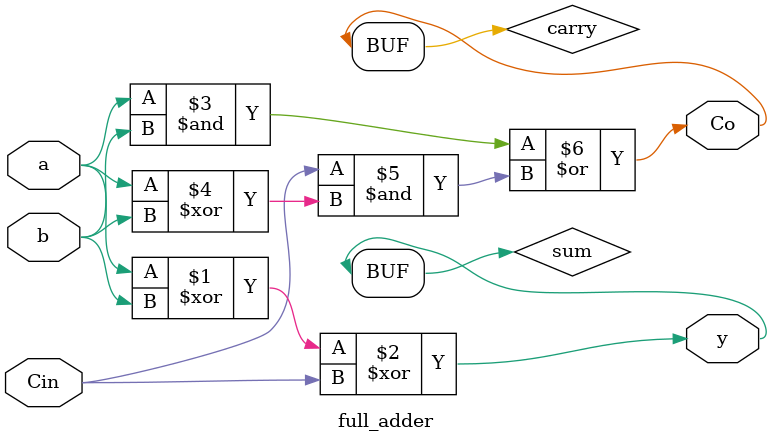
<source format=v>
module adder_16bit (
    input wire [15:0] a,
    input wire [15:0] b,
    input wire Cin,
    output wire [15:0] y,
    output wire Co
);
    wire [15:0] carry;

    // Instantiate 8-bit adders for each 8-bit portion of the 16-bit adder
    adder_8bit adder_8bit_0 (
        .a(a[7:0]),
        .b(b[7:0]),
        .Cin(Cin),
        .y(y[7:0]),
        .Co(carry[0])
    );
    adder_8bit adder_8bit_1 (
        .a(a[15:8]),
        .b(b[15:8]),
        .Cin(carry[0]),
        .y(y[15:8]),
        .Co(carry[1])
    );

    // Assign the final carry-out
    assign Co = carry[1];
endmodule

// 8-bit adder module
module adder_8bit (
    input wire [7:0] a,
    input wire [7:0] b,
    input wire Cin,
    output wire [7:0] y,
    output wire Co
);
    genvar i;
    wire [7:0] carry;

    // Generate a full adder for each bit
    generate
        for (i = 0; i < 8; i = i + 1) begin : full_adder_gen
            full_adder fa (
                .a(a[i]),
                .b(b[i]),
                .Cin((i == 0) ? Cin : carry[i-1]),
                .y(y[i]),
                .Co(carry[i])
            );
        end
    endgenerate

    // Assign the final carry-out
    assign Co = carry[7];
endmodule

// Full adder module
module full_adder (
    input wire a,
    input wire b,
    input wire Cin,
    output wire y,
    output wire Co
);
    wire sum, carry;

    // Sum and carry logic for a full adder
    assign sum = a ^ b ^ Cin;
    assign carry = (a & b) | (Cin & (a ^ b));
    assign y = sum;
    assign Co = carry;
endmodule
</source>
